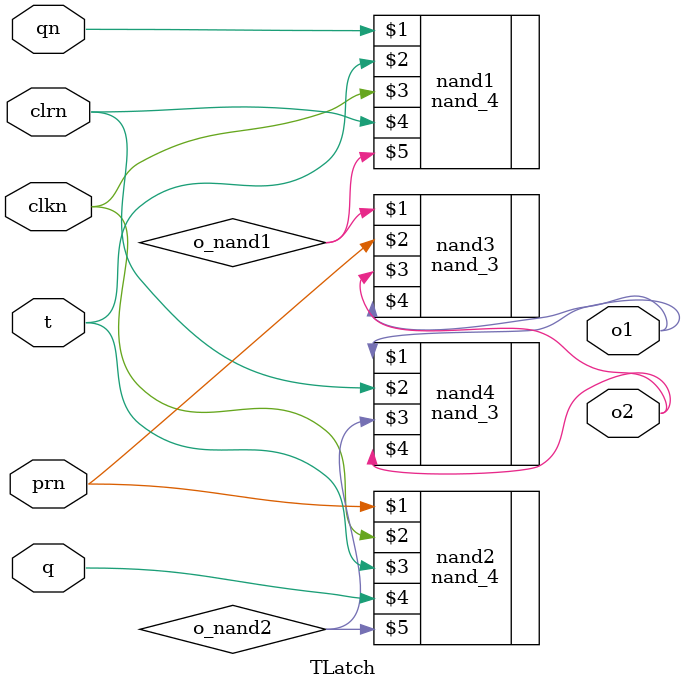
<source format=v>
`include "nand.v"
`include "DLatch.v"
module TFF(   input prn,
              input t,
              input clk,
              input clrn,
              output q,
              output qn);
    wire o1, o2;
    TLatch tl(prn, t, ~clk, clrn, q, qn, o1, o2);
    DLatch dl(o1, clrn, clk, o2, prn, q, qn);
endmodule

module TLatch(     input prn,
                   input t,
                   input clkn,
                   input clrn,
                   input q,
                   input qn,
                   output o1,
                   output o2);
    wire o_nand1, o_nand2;
    nand_4 nand1(qn, t, clkn, clrn, o_nand1);
    nand_4 nand2(prn, clkn, t, q, o_nand2);
    nand_3 nand3(o_nand1, prn, o2, o1);
    nand_3 nand4(o1, clrn, o_nand2, o2);
endmodule

</source>
